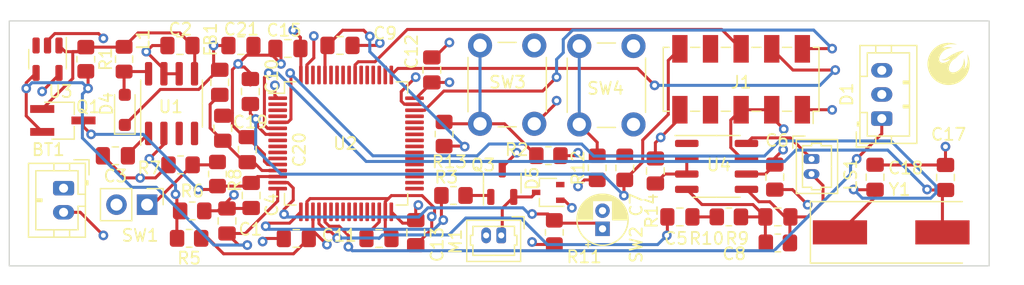
<source format=kicad_pcb>
(kicad_pcb (version 20221018) (generator pcbnew)
  (layers (0 "F.Cu" signal) (1 "In1.Cu" signal) (2 "In2.Cu" signal) (31 "B.Cu" signal) (34 "B.Paste" user) (35 "F.Paste" user) (36 "B.SilkS" user "B.Silkscreen") (37 "F.SilkS" user "F.Silkscreen") (38 "B.Mask" user) (39 "F.Mask" user) (44 "Edge.Cuts" user))
  (net 0 "")
  (net 1 "Net-(U4-Vo-)")
  (net 2 "Net-(U4-Vo+)")
  (net 3 "/LED")
  (net 4 "GND")
  (net 5 "Net-(U2-PH1)")
  (net 6 "Net-(Q3-G)")
  (net 7 "Net-(U2-PH0)")
  (net 8 "+3V8")
  (net 9 "+3V0")
  (net 10 "/on_off_switch")
  (net 11 "/Motor")
  (net 12 "/Speaker")
  (net 13 "Net-(R7-Pad1)")
  (net 14 "/Switch")
  (net 15 "Net-(U4-In-)")
  (net 16 "Net-(C5-Pad2)")
  (net 17 "Net-(U1-VC)")
  (net 18 "Net-(U1-FB)")
  (net 21 "Net-(D4-A)")
  (net 22 "/boot0")
  (net 26 "VDDA")
  (net 27 "/NRST")
  (net 32 "Net-(U2-VCAP_1)")
  (net 35 "Net-(R13-Pad1)")
  (net 36 "Net-(R12-Pad2)")
  (net 37 "/Shake")
  (net 59 "/SWDIO")
  (net 60 "/SWCLK")
  (net 66 "/SWO")
  (net 74 "VDD")
  (net 76 "Net-(U4-Bypass)")
  (net 78 "Net-(D5-K)")
  (footprint "Capacitor_SMD:C_0805_2012Metric_Pad1.18x1.45mm_HandSolder" (layer "F.Cu") (at 193.36 69.077 90)
    (fp_text reference "C7")
    (fp_text value "2.2u")
  )
  (footprint "Capacitor_SMD:C_0805_2012Metric_Pad1.18x1.45mm_HandSolder" (layer "F.Cu") (at 163.576 74.676 180)
    (fp_text reference "C14" hide)
    (fp_text value ".1uF")
  )
  (footprint "Button_Switch_THT:SW_PUSH_6mm" (layer "F.Cu") (at 191.546 58.715 -90)
    (fp_text reference "SW4")
    (fp_text value "SW_Push")
  )
  (footprint "Capacitor_SMD:C_0805_2012Metric_Pad1.18x1.45mm_HandSolder" (layer "F.Cu") (at 157.226 61.722 90)
    (fp_text reference "FB1")
    (fp_text value "FerriteBead")
  )
  (footprint "Connector_Molex:Molex_PicoBlade_53047-0210_1x02_P1.25mm_Vertical" (layer "F.Cu") (at 206.314 68.081 -90)
    (fp_text reference "LS1")
    (fp_text value "Speaker")
  )
  (footprint "Resistor_SMD:R_0805_2012Metric_Pad1.20x1.40mm_HandSolder" (layer "F.Cu") (at 190.82 68.818 -90)
    (fp_text reference "R14")
    (fp_text value "1k")
  )
  (footprint "Resistor_SMD:R_0805_2012Metric_Pad1.20x1.40mm_HandSolder" (layer "F.Cu") (at 176.612 71.109)
    (fp_text reference "R3")
    (fp_text value "10k")
  )
  (footprint "Capacitor_SMD:C_0805_2012Metric_Pad1.18x1.45mm_HandSolder" (layer "F.Cu") (at 159.512 67.31 90)
    (fp_text reference "C20")
    (fp_text value "1uF")
  )
  (footprint "Graphics:Phoenix_Graphic" (layer "F.Cu") (at 217.678 60.198)
    (fp_text reference "REF**" hide)
    (fp_text value "Phoenix_Graphic")
  )
  (footprint "Resistor_SMD:R_0805_2012Metric_Pad1.20x1.40mm_HandSolder" (layer "F.Cu") (at 199.456 72.887)
    (fp_text reference "R10")
    (fp_text value "10k")
  )
  (footprint "Capacitor_SMD:C_0805_2012Metric_Pad1.18x1.45mm_HandSolder" (layer "F.Cu") (at 159.832 71.109 -90)
    (fp_text reference "C4")
    (fp_text value "1uF")
  )
  (footprint "Diode_SMD:D_SOD-323_HandSoldering" (layer "F.Cu") (at 149.352 64.008 90)
    (fp_text reference "D4")
    (fp_text value "D_Schottky")
  )
  (footprint "Capacitor_SMD:C_0805_2012Metric_Pad1.18x1.45mm_HandSolder" (layer "F.Cu") (at 173.482 74.1895 -90)
    (fp_text reference "C13")
    (fp_text value ".1uF")
  )
  (footprint "Capacitor_SMD:C_0805_2012Metric_Pad1.18x1.45mm_HandSolder" (layer "F.Cu") (at 217.424 69.6175 90)
    (fp_text reference "C17")
    (fp_text value "20pF")
  )
  (footprint "Package_SO:SOIC-8_3.9x4.9mm_P1.27mm" (layer "F.Cu") (at 153.228 63.489 90)
    (fp_text reference "U1")
    (fp_text value "LT1377CS8")
  )
  (footprint "Capacitor_SMD:C_0805_2012Metric_Pad1.18x1.45mm_HandSolder" (layer "F.Cu") (at 170.434 74.676)
    (fp_text reference "C11")
    (fp_text value "2.2u")
  )
  (footprint "Resistor_SMD:R_0805_2012Metric_Pad1.20x1.40mm_HandSolder" (layer "F.Cu") (at 203.52 75.046)
    (fp_text reference "R9")
    (fp_text value "50k")
  )
  (footprint "Package_QFP:LQFP-64_10x10mm_P0.5mm" (layer "F.Cu") (at 167.706 66.791)
    (fp_text reference "U2")
    (fp_text value "STM32F446RETx")
  )
  (footprint "Resistor_SMD:R_0805_2012Metric_Pad1.20x1.40mm_HandSolder" (layer "F.Cu") (at 175.834 66.013 -90)
    (fp_text reference "R13")
    (fp_text value "1k")
  )
  (footprint "Package_TO_SOT_SMD:SOT-23-3" (layer "F.Cu") (at 180.66 70.093 90)
    (fp_text reference "Q3")
    (fp_text value "Q_NMOS_GSD")
  )
  (footprint "Capacitor_THT:CP_Radial_D4.0mm_P1.50mm" (layer "F.Cu") (at 188.976 73.8746 90)
    (fp_text reference "SW2")
    (fp_text value "SW_DIP_x01")
  )
  (footprint "Resistor_SMD:R_0805_2012Metric_Pad1.20x1.40mm_HandSolder" (layer "F.Cu") (at 154.94 72.39)
    (fp_text reference "R6")
    (fp_text value "6.19k")
  )
  (footprint "Button_Switch_THT:SW_PUSH_6mm" (layer "F.Cu") (at 178.816 65.163 90)
    (fp_text reference "SW3")
    (fp_text value "SW_Push")
  )
  (footprint "Capacitor_SMD:C_0805_2012Metric_Pad1.18x1.45mm_HandSolder" (layer "F.Cu") (at 167.198 58.663)
    (fp_text reference "C9")
    (fp_text value "1uF")
  )
  (footprint "Capacitor_SMD:C_0805_2012Metric_Pad1.18x1.45mm_HandSolder" (layer "F.Cu") (at 211.582 69.596 90)
    (fp_text reference "C18")
    (fp_text value "20pF")
  )
  (footprint "Resistor_SMD:R_0805_2012Metric_Pad1.20x1.40mm_HandSolder" (layer "F.Cu") (at 157.038 69.331 -90)
    (fp_text reference "R8")
    (fp_text value "1k")
  )
  (footprint "Connector_Molex:Molex_PicoBlade_53047-0210_1x02_P1.25mm_Vertical" (layer "F.Cu") (at 180.574 74.422 180)
    (fp_text reference "M1")
    (fp_text value "Motor_DC")
  )
  (footprint "Resistor_SMD:R_0805_2012Metric_Pad1.20x1.40mm_HandSolder" (layer "F.Cu") (at 154.686 74.665 180)
    (fp_text reference "R5")
    (fp_text value "12k")
  )
  (footprint "Package_TO_SOT_SMD:SOT-23-5" (layer "F.Cu") (at 142.941 59.806 -90)
    (fp_text reference "U3")
    (fp_text value "AP22814AW5")
  )
  (footprint "Capacitor_SMD:C_0805_2012Metric_Pad1.18x1.45mm_HandSolder" (layer "F.Cu") (at 174.818 60.695 90)
    (fp_text reference "C12")
    (fp_text value ".1uF")
  )
  (footprint "Capacitor_SMD:C_0805_2012Metric_Pad1.18x1.45mm_HandSolder" (layer "F.Cu") (at 203.266 69.585 -90)
    (fp_text reference "C6")
    (fp_text value "1u")
  )
  (footprint "Package_TO_SOT_SMD:TSOT-23_HandSoldering" (layer "F.Cu") (at 144.211 64.886)
    (fp_text reference "Q1")
    (fp_text value "Q_PMOS_GSD")
  )
  (footprint "Resistor_SMD:R_0805_2012Metric_Pad1.20x1.40mm_HandSolder" (layer "F.Cu") (at 153.974 68.569 180)
    (fp_text reference "R7")
    (fp_text value "10k")
  )
  (footprint "Resistor_SMD:R_0805_2012Metric_Pad1.20x1.40mm_HandSolder" (layer "F.Cu") (at 184.978 74.173 -90)
    (fp_text reference "R11")
    (fp_text value "10k")
  )
  (footprint "Connector_JST:JST_PH_B3B-PH-K_1x03_P2.00mm_Vertical" (layer "F.Cu") (at 212.139 64.73 90)
    (fp_text reference "D1")
    (fp_text value "~")
  )
  (footprint "Inductor_SMD:L_0805_2012Metric_Pad1.15x1.40mm_HandSolder" (layer "F.Cu") (at 149.291 59.806 -90)
    (fp_text reference "L1")
    (fp_text value "4.7u")
  )
  (footprint "Capacitor_SMD:C_0805_2012Metric_Pad1.18x1.45mm_HandSolder" (layer "F.Cu") (at 157.828637 73.22324 90)
    (fp_text reference "C1")
    (fp_text value "1uF")
  )
  (footprint "Connector_PinHeader_2.54mm:PinHeader_1x02_P2.54mm_Vertical" (layer "F.Cu") (at 151.201 71.871 -90)
    (fp_text reference "SW1")
    (fp_text value "SW_Push")
  )
  (footprint "Connector_Samtec_HLE_SMD:Samtec_HLE-105-02-xxx-DV_2x05_P2.54mm_Horizontal" (layer "F.Cu") (at 200.472 61.472 180)
    (fp_text reference "J1")
    (fp_text value "Conn_ARM_JTAG_SWD_10")
  )
  (footprint "Resistor_SMD:R_0805_2012Metric_Pad1.20x1.40mm_HandSolder" (layer "F.Cu") (at 184.486 67.807)
    (fp_text reference "R2")
    (fp_text value "10k")
  )
  (footprint "Capacitor_SMD:C_0805_2012Metric_Pad1.18x1.45mm_HandSolder" (layer "F.Cu") (at 159.766 62.484 -90)
    (fp_text reference "C10")
    (fp_text value "1uF")
  )
  (footprint "Capacitor_SMD:C_0805_2012Metric_Pad1.18x1.45mm_HandSolder" (layer "F.Cu") (at 162.88 58.917 180)
    (fp_text reference "C15")
    (fp_text value ".1uF")
  )
  (footprint "Crystal:Crystal_SMD_HC49-SD" (layer "F.Cu") (at 212.92 74.168)
    (fp_text reference "Y1")
    (fp_text value "Crystal")
  )
  (footprint "Capacitor_SMD:C_0805_2012Metric_Pad1.18x1.45mm_HandSolder" (layer "F.Cu") (at 203.52 72.887 180)
    (fp_text reference "C8")
    (fp_text value "5p")
  )
  (footprint "Capacitor_SMD:C_0805_2012Metric_Pad1.18x1.45mm_HandSolder" (layer "F.Cu") (at 195.392 72.887)
    (fp_text reference "C5")
    (fp_text value ".47u")
  )
  (footprint "Resistor_SMD:R_0805_2012Metric_Pad1.20x1.40mm_HandSolder" (layer "F.Cu") (at 188.534 68.818 90)
    (fp_text reference "R12")
    (fp_text value "10k")
  )
  (footprint "Capacitor_SMD:C_0805_2012Metric_Pad1.18x1.45mm_HandSolder" (layer "F.Cu") (at 148.5685 67.818 180)
    (fp_text reference "C3")
    (fp_text value ".047u")
  )
  (footprint "Package_TO_SOT_SMD:SOT-323_SC-70" (layer "F.Cu") (at 184.47 70.855 180)
    (fp_text reference "D5")
    (fp_text value "BAS16W")
  )
  (footprint "Capacitor_SMD:C_0805_2012Metric_Pad1.18x1.45mm_HandSolder" (layer "F.Cu") (at 157.48 65.532 90)
    (fp_text reference "C19")
    (fp_text value "10nF")
  )
  (footprint "Resistor_SMD:R_0805_2012Metric_Pad1.20x1.40mm_HandSolder" (layer "F.Cu") (at 146.116 59.806 -90)
    (fp_text reference "R1")
    (fp_text value "2k")
  )
  (footprint "Capacitor_SMD:C_0805_2012Metric_Pad1.18x1.45mm_HandSolder" (layer "F.Cu") (at 153.924 58.674 180)
    (fp_text reference "C2")
    (fp_text value "22u")
  )
  (footprint "Package_SO:SOIC-8_3.9x4.9mm_P1.27mm" (layer "F.Cu") (at 198.44 68.696)
    (fp_text reference "U4")
    (fp_text value "~")
  )
  (footprint "Capacitor_SMD:C_0805_2012Metric_Pad1.18x1.45mm_HandSolder" (layer "F.Cu") (at 158.9825 58.674)
    (fp_text reference "C21")
    (fp_text value "1uF")
  )
  (footprint "Connector_JST:JST_PH_B2B-PH-K_1x02_P2.00mm_Vertical" (layer "F.Cu") (at 144.272 70.506 -90)
    (fp_text reference "BT1")
    (fp_text value "Battery_Cell")
  )
  (gr_rect (start 139.766 56.631) (end 221.046 76.951) (stroke (width 0.1)) (fill none) (layer "Edge.Cuts"))
  (segment (start 200.915 66.791) (end 201.375 66.331) (width 0.25) (layer "F.Cu") (net 1))
  (segment (start 204.564 66.331) (end 206.314 68.081) (width 0.25) (layer "F.Cu") (net 1))
  (segment (start 201.375 66.331) (end 204.564 66.331) (width 0.25) (layer "F.Cu") (net 1))
  (segment (start 204.5575 72.887) (end 206.005 72.887) (width 0.25) (layer "F.Cu") (net 2))
  (segment (start 201.942 71.628) (end 200.915 70.601) (width 0.25) (layer "F.Cu") (net 2))
  (segment (start 204.52 72.9245) (end 204.5575 72.887) (width 0.25) (layer "F.Cu") (net 2))
  (segment (start 207.264 71.628) (end 207.264 70.281) (width 0.25) (layer "F.Cu") (net 2))
  (segment (start 207.264 70.281) (end 206.314 69.331) (width 0.25) (layer "F.Cu") (net 2))
  (segment (start 204.52 75.046) (end 204.52 72.9245) (width 0.25) (layer "F.Cu") (net 2))
  (segment (start 202.849173 71.628) (end 201.942 71.628) (width 0.25) (layer "F.Cu") (net 2))
  (segment (start 204.108173 72.887) (end 202.849173 71.628) (width 0.25) (layer "F.Cu") (net 2))
  (segment (start 204.5575 72.887) (end 204.108173 72.887) (width 0.25) (layer "F.Cu") (net 2))
  (segment (start 206.005 72.887) (end 207.264 71.628) (width 0.25) (layer "F.Cu") (net 2))
  (segment (start 167.132 73.66) (end 166.309315 73.66) (width 0.25) (layer "F.Cu") (net 3))
  (segment (start 165.956 73.306685) (end 165.956 72.466) (width 0.25) (layer "F.Cu") (net 3))
  (segment (start 167.894 74.422) (end 167.132 73.66) (width 0.25) (layer "F.Cu") (net 3))
  (segment (start 210.058 68.072) (end 212.139 65.991) (width 0.25) (layer "F.Cu") (net 3))
  (segment (start 166.309315 73.66) (end 165.956 73.306685) (width 0.25) (layer "F.Cu") (net 3))
  (segment (start 212.139 65.991) (end 212.139 64.973) (width 0.25) (layer "F.Cu") (net 3))
  (segment (start 167.894 75.362777) (end 167.894 74.422) (width 0.25) (layer "F.Cu") (net 3))
  (via (at 210.058 68.072) (size 0.8) (drill 0.4) (layers "F.Cu" "B.Cu") (net 3))
  (via (at 167.894 75.362777) (size 0.8) (drill 0.4) (layers "F.Cu" "B.Cu") (net 3))
  (segment (start 209.55 69.342707) (end 209.55 68.58) (width 0.25) (layer "B.Cu") (net 3))
  (segment (start 167.894 75.362777) (end 168.223223 75.692) (width 0.25) (layer "B.Cu") (net 3))
  (segment (start 209.55 68.58) (end 210.058 68.072) (width 0.25) (layer "B.Cu") (net 3))
  (segment (start 203.200707 75.692) (end 209.55 69.342707) (width 0.25) (layer "B.Cu") (net 3))
  (segment (start 168.223223 75.692) (end 203.200707 75.692) (width 0.25) (layer "B.Cu") (net 3))
  (segment (start 164.456 71.625315) (end 164.715315 71.366) (width 0.25) (layer "F.Cu") (net 4))
  (segment (start 151.638 58.674) (end 151.13 59.182) (width 0.25) (layer "F.Cu") (net 4))
  (segment (start 160.931 67.6915) (end 160.931 68.281685) (width 0.25) (layer "F.Cu") (net 4))
  (segment (start 203.012 63.997) (end 203.012 64.61029) (width 0.25) (layer "F.Cu") (net 4))
  (segment (start 145.658 72.506) (end 147.574 74.422) (width 0.25) (layer "F.Cu") (net 4))
  (segment (start 142.941 58.284249) (end 142.941 58.6685) (width 0.25) (layer "F.Cu") (net 4))
  (segment (start 193.36 66.736) (end 193.802 66.294) (width 0.25) (layer "F.Cu") (net 4))
  (segment (start 183.3395 75.173) (end 184.978 75.173) (width 0.25) (layer "F.Cu") (net 4))
  (segment (start 186.701 67.807) (end 186.944 67.564) (width 0.25) (layer "F.Cu") (net 4))
  (segment (start 204.7345 70.6225) (end 203.266 70.6225) (width 0.25) (layer "F.Cu") (net 4))
  (segment (start 152.593 60.637249) (end 152.593 61.014) (width 0.25) (layer "F.Cu") (net 4))
  (segment (start 152.593 61.014) (end 153.863 61.014) (width 0.25) (layer "F.Cu") (net 4))
  (segment (start 185.805 71.505) (end 186.436 72.136) (width 0.25) (layer "F.Cu") (net 4))
  (segment (start 150.622 69.6505) (end 151.8925 69.6505) (width 0.25) (layer "F.Cu") (net 4))
  (segment (start 162.306 60.198) (end 162.306 59.3805) (width 0.25) (layer "F.Cu") (net 4))
  (segment (start 165.029361 59.701954) (end 165.029361 57.885034) (width 0.25) (layer "F.Cu") (net 4))
  (segment (start 193.36 68.0395) (end 193.36 66.736) (width 0.25) (layer "F.Cu") (net 4))
  (segment (start 170.956 71.625315) (end 171.215315 71.366) (width 0.25) (layer "F.Cu") (net 4))
  (segment (start 183.134 74.9675) (end 183.3395 75.173) (width 0.25) (layer "F.Cu") (net 4))
  (segment (start 193.802 66.294) (end 195.392 64.704) (width 0.25) (layer "F.Cu") (net 4))
  (segment (start 199.615 64.854) (end 200.472 63.997) (width 0.25) (layer "F.Cu") (net 4))
  (segment (start 159.475 59.473) (end 158.75 60.198) (width 0.25) (layer "F.Cu") (net 4))
  (segment (start 175.023827 72.134) (end 174.009827 71.12) (width 0.25) (layer "F.Cu") (net 4))
  (segment (start 151.13 59.182) (end 151.137751 59.182) (width 0.25) (layer "F.Cu") (net 4))
  (segment (start 199.615 67.137751) (end 199.615 64.854) (width 0.25) (layer "F.Cu") (net 4))
  (segment (start 170.30706 58.663) (end 170.503636 58.466424) (width 0.25) (layer "F.Cu") (net 4))
  (segment (start 174.818 59.6575) (end 175.0385 59.6575) (width 0.25) (layer "F.Cu") (net 4))
  (segment (start 161.581 59.473) (end 159.475 59.473) (width 0.25) (layer "F.Cu") (net 4))
  (segment (start 158.276 64.262) (end 158.276 65.2905) (width 0.25) (layer "F.Cu") (net 4))
  (segment (start 200.915 68.061) (end 200.538249 68.061) (width 0.25) (layer "F.Cu") (net 4))
  (segment (start 158.406617 71.0555) (end 157.083117 72.379) (width 0.25) (layer "F.Cu") (net 4))
  (segment (start 185.486 67.807) (end 186.701 67.807) (width 0.25) (layer "F.Cu") (net 4))
  (segment (start 157.083117 72.379) (end 156.26 72.379) (width 0.25) (layer "F.Cu") (net 4))
  (segment (start 159.258 60.452) (end 158.496 60.452) (width 0.25) (layer "F.Cu") (net 4))
  (segment (start 170.956 72.466) (end 170.956 71.625315) (width 0.25) (layer "F.Cu") (net 4))
  (segment (start 174.810321 73.898679) (end 173.228 75.481) (width 0.25) (layer "F.Cu") (net 4))
  (segment (start 159.79276 72.18574) (end 159.832 72.1465) (width 0.25) (layer "F.Cu") (net 4))
  (segment (start 217.424 68.58) (end 217.424 67.056) (width 0.25) (layer "F.Cu") (net 4))
  (segment (start 164.715315 71.366) (end 171.215315 71.366) (width 0.25) (layer "F.Cu") (net 4))
  (segment (start 171.461315 71.12) (end 171.215315 71.366) (width 0.25) (layer "F.Cu") (net 4))
  (segment (start 161.036 74.676) (end 162.5385 74.676) (width 0.25) (layer "F.Cu") (net 4))
  (segment (start 200.915 68.061) (end 201.291751 68.061) (width 0.25) (layer "F.Cu") (net 4))
  (segment (start 147.574 58.0815) (end 147.1735 57.681) (width 0.25) (layer "F.Cu") (net 4))
  (segment (start 174.810321 72.8605) (end 174.810321 73.898679) (width 0.25) (layer "F.Cu") (net 4))
  (segment (start 172.281 63.281685) (end 172.540315 63.541) (width 0.25) (layer "F.Cu") (net 4))
  (segment (start 158.276 60.672) (end 158.276 64.262) (width 0.25) (layer "F.Cu") (net 4))
  (segment (start 159.766 61.9545) (end 159.766 60.96) (width 0.25) (layer "F.Cu") (net 4))
  (segment (start 171.196 74.676) (end 170.956 74.436) (width 0.25) (layer "F.Cu") (net 4))
  (segment (start 160.931 68.281685) (end 161.190315 68.541) (width 0.25) (layer "F.Cu") (net 4))
  (segment (start 195.392 64.704) (end 195.392 63.997) (width 0.25) (layer "F.Cu") (net 4))
  (segment (start 173.482 61.2945) (end 172.281 62.4955) (width 0.25) (layer "F.Cu") (net 4))
  (segment (start 159.512 66.2725) (end 160.931 67.6915) (width 0.25) (layer "F.Cu") (net 4))
  (segment (start 157.48 64.4945) (end 158.0435 64.4945) (width 0.25) (layer "F.Cu") (net 4))
  (segment (start 150.622 69.6505) (end 149.3635 69.6505) (width 0.25) (layer "F.Cu") (net 4))
  (segment (start 205.989701 71.877701) (end 204.7345 70.6225) (width 0.25) (layer "F.Cu") (net 4))
  (segment (start 162.306 60.198) (end 161.581 59.473) (width 0.25) (layer "F.Cu") (net 4))
  (segment (start 200.538249 68.061) (end 199.615 67.137751) (width 0.25) (layer "F.Cu") (net 4))
  (segment (start 217.424 68.58) (end 211.6035 68.58) (width 0.25) (layer "F.Cu") (net 4))
  (segment (start 172.540315 63.541) (end 173.381 63.541) (width 0.25) (layer "F.Cu") (net 4))
  (segment (start 158.75 60.198) (end 158.276 60.672) (width 0.25) (layer "F.Cu") (net 4))
  (segment (start 203.012 64.61029) (end 204.00821 65.6065) (width 0.25) (layer "F.Cu") (net 4))
  (segment (start 147.1735 57.681) (end 143.544249 57.681) (width 0.25) (layer "F.Cu") (net 4))
  (segment (start 157.828637 72.18574) (end 159.79276 72.18574) (width 0.25) (layer "F.Cu") (net 4))
  (segment (start 175.043 72.134) (end 175.023827 72.134) (width 0.25) (layer "F.Cu") (net 4))
  (segment (start 159.766 60.96) (end 159.258 60.452) (width 0.25) (layer "F.Cu") (net 4))
  (segment (start 175.0385 59.6575) (end 176.276 58.42) (width 0.25) (layer "F.Cu") (net 4))
  (segment (start 164.456 61.116) (end 164.456 60.275315) (width 0.25) (layer "F.Cu") (net 4))
  (segment (start 152.8865 58.674) (end 151.638 58.674) (width 0.25) (layer "F.Cu") (net 4))
  (segment (start 161.190315 68.541) (end 162.031 68.541) (width 0.25) (layer "F.Cu") (net 4))
  (segment (start 151.8925 69.6505) (end 152.974 68.569) (width 0.25) (layer "F.Cu") (net 4))
  (segment (start 158.276 65.2905) (end 158.993 66.0075) (width 0.25) (layer "F.Cu") (net 4))
  (segment (start 185.47 71.505) (end 185.805 71.505) (width 0.25) (layer "F.Cu") (net 4))
  (segment (start 175.043 72.627821) (end 175.043 72.134) (width 0.25) (layer "F.Cu") (net 4))
  (segment (start 160.782 74.93) (end 161.036 74.676) (width 0.25) (layer "F.Cu") (net 4))
  (segment (start 164.456 72.466) (end 164.456 71.625315) (width 0.25) (layer "F.Cu") (net 4))
  (segment (start 172.281 62.4955) (end 172.281 63.281685) (width 0.25) (layer "F.Cu") (net 4))
  (segment (start 162.306 59.3805) (end 161.8425 58.917) (width 0.25) (layer "F.Cu") (net 4))
  (segment (start 158.993 66.0075) (end 159.832 66.0075) (width 0.25) (layer "F.Cu") (net 4))
  (segment (start 143.544249 57.681) (end 142.941 58.284249) (width 0.25) (layer "F.Cu") (net 4))
  (segment (start 149.3635 69.6505) (end 147.531 67.818) (width 0.25) (layer "F.Cu") (net 4))
  (segment (start 211.6035 68.58) (end 211.582 68.5585) (width 0.25) (layer "F.Cu") (net 4))
  (segment (start 170.956 74.436) (end 170.956 72.466) (width 0.25) (layer "F.Cu") (net 4))
  (segment (start 151.137751 59.182) (end 152.593 60.637249) (width 0.25) (layer "F.Cu") (net 4))
  (segment (start 144.211 72.506) (end 145.658 72.506) (width 0.25) (layer "F.Cu") (net 4))
  (segment (start 174.810321 72.8605) (end 175.043 72.627821) (width 0.25) (layer "F.Cu") (net 4))
  (segment (start 200.472 63.997) (end 203.012 63.997) (width 0.25) (layer "F.Cu") (net 4))
  (segment (start 164.456 60.275315) (end 165.029361 59.701954) (width 0.25) (layer "F.Cu") (net 4))
  (segment (start 174.009827 71.12) (end 171.461315 71.12) (width 0.25) (layer "F.Cu") (net 4))
  (segment (start 158.0435 64.4945) (end 158.276 64.262) (width 0.25) (layer "F.Cu") (net 4))
  (segment (start 168.2355 58.663) (end 170.30706 58.663) (width 0.25) (layer "F.Cu") (net 4))
  (via (at 186.944 67.564) (size 0.8) (drill 0.4) (layers "F.Cu" "B.Cu") (net 4))
  (via (at 158.406617 71.0555) (size 0.8) (drill 0.4) (layers "F.Cu" "B.Cu") (net 4))
  (via (at 162.306 60.198) (size 0.8) (drill 0.4) (layers "F.Cu" "B.Cu") (net 4))
  (via (at 147.574 74.422) (size 0.8) (drill 0.4) (layers "F.Cu" "B.Cu") (net 4))
  (via (at 217.424 67.056) (size 0.8) (drill 0.4) (layers "F.Cu" "B.Cu") (net 4))
  (via (at 173.482 61.2945) (size 0.8) (drill 0.4) (layers "F.Cu" "B.Cu") (net 4))
  (via (at 160.782 74.93) (size 0.8) (drill 0.4) (layers "F.Cu" "B.Cu") (net 4))
  (via (at 204.00821 65.6065) (size 0.8) (drill 0.4) (layers "F.Cu" "B.Cu") (net 4))
  (via (at 193.802 66.294) (size 0.8) (drill 0.4) (layers "F.Cu" "B.Cu") (net 4))
  (via (at 176.276 58.42) (size 0.8) (drill 0.4) (layers "F.Cu" "B.Cu") (net 4))
  (via (at 183.134 74.9675) (size 0.8) (drill 0.4) (layers "F.Cu" "B.Cu") (net 4))
  (via (at 205.989701 71.877701) (size 0.8) (drill 0.4) (layers "F.Cu" "B.Cu") (net 4))
  (via (at 170.503636 58.466424) (size 0.8) (drill 0.4) (layers "F.Cu" "B.Cu") (net 4))
  (via (at 147.574 58.0815) (size 0.8) (drill 0.4) (layers "F.Cu" "B.Cu") (net 4))
  (via (at 150.622 69.6505) (size 0.8) (drill 0.4) (layers "F.Cu" "B.Cu") (net 4))
  (via (at 158.75 60.198) (size 0.8) (drill 0.4) (layers "F.Cu" "B.Cu") (net 4))
  (via (at 186.436 72.136) (size 0.8) (drill 0.4) (layers "F.Cu" "B.Cu") (net 4))
  (via (at 151.13 59.182) (size 0.8) (drill 0.4) (layers "F.Cu" "B.Cu") (net 4))
  (via (at 165.029361 57.885034) (size 0.8) (drill 0.4) (layers "F.Cu" "B.Cu") (net 4))
  (via (at 174.810321 72.8605) (size 0.8) (drill 0.4) (layers "F.Cu" "B.Cu") (net 4))
  (segment (start 162.031 65.541) (end 161.190315 65.541) (width 0.25) (layer "F.Cu") (net 5))
  (segment (start 217.17 70.909) (end 217.17 74.168) (width 0.25) (layer "F.Cu") (net 5))
  (segment (start 217.424 70.655) (end 217.17 70.909) (width 0.25) (layer "F.Cu") (net 5))
  (segment (start 160.931 65.281685) (end 160.931 61.319) (width 0.25) (layer "F.Cu") (net 5))
  (segment (start 161.190315 65.541) (end 160.931 65.281685) (width 0.25) (layer "F.Cu") (net 5))
  (segment (start 160.931 61.319) (end 161.29 60.96) (width 0.25) (layer "F.Cu") (net 5))
  (segment (start 215.943 70.655) (end 215.9 70.612) (width 0.25) (layer "F.Cu") (net 5))
  (segment (start 217.424 70.655) (end 215.943 70.655) (width 0.25) (layer "F.Cu") (net 5))
  (via (at 215.9 70.612) (size 0.8) (drill 0.4) (layers "F.Cu" "B.Cu") (net 5))
  (via (at 161.29 60.96) (size 0.8) (drill 0.4) (layers "F.Cu" "B.Cu") (net 5))
  (segment (start 204.070695 68.289) (end 205.012695 67.347) (width 0.25) (layer "B.Cu") (net 5))
  (segment (start 162.042695 60.96) (end 169.371695 68.289) (width 0.25) (layer "B.Cu") (net 5))
  (segment (start 205.012695 67.347) (end 212.635 67.347) (width 0.25) (layer "B.Cu") (net 5))
  (segment (start 212.635 67.347) (end 215.9 70.612) (width 0.25) (layer "B.Cu") (net 5))
  (segment (start 169.371695 68.289) (end 204.070695 68.289) (width 0.25) (layer "B.Cu") (net 5))
  (segment (start 161.29 60.96) (end 162.042695 60.96) (width 0.25) (layer "B.Cu") (net 5))
  (segment (start 177.612 71.109) (end 179.5885 71.109) (width 0.25) (layer "F.Cu") (net 6))
  (segment (start 179.5885 71.109) (end 179.71 71.2305) (width 0.25) (layer "F.Cu") (net 6))
  (segment (start 162.871685 65.041) (end 162.031 65.041) (width 0.25) (layer "F.Cu") (net 7))
  (segment (start 211.582 71.256) (end 208.67 74.168) (width 0.25) (layer "F.Cu") (net 7))
  (segment (start 209.8255 70.6335) (end 209.804 70.612) (width 0.25) (layer "F.Cu") (net 7))
  (segment (start 211.582 70.6335) (end 211.582 71.256) (width 0.25) (layer "F.Cu") (net 7))
  (segment (start 163.131 61.023) (end 163.131 64.781685) (width 0.25) (layer "F.Cu") (net 7))
  (segment (start 163.131 64.781685) (end 162.871685 65.041) (width 0.25) (layer "F.Cu") (net 7))
  (segment (start 211.582 70.6335) (end 209.8255 70.6335) (width 0.25) (layer "F.Cu") (net 7))
  (segment (start 163.068 60.96) (end 163.131 61.023) (width 0.25) (layer "F.Cu") (net 7))
  (via (at 209.804 70.612) (size 0.8) (drill 0.4) (layers "F.Cu" "B.Cu") (net 7))
  (via (at 163.068 60.96) (size 0.8) (drill 0.4) (layers "F.Cu" "B.Cu") (net 7))
  (segment (start 187.244305 66.839) (end 179.562 66.839) (width 0.25) (layer "B.Cu") (net 7))
  (segment (start 178.583 67.818) (end 169.926 67.818) (width 0.25) (layer "B.Cu") (net 7))
  (segment (start 216.200305 71.337) (end 216.625 70.912305) (width 0.25) (layer "B.Cu") (net 7))
  (segment (start 179.562 66.839) (end 178.583 67.818) (width 0.25) (layer "B.Cu") (net 7))
  (segment (start 210.529 71.337) (end 216.200305 71.337) (width 0.25) (layer "B.Cu") (net 7))
  (segment (start 202.407695 67.839) (end 188.244305 67.839) (width 0.25) (layer "B.Cu") (net 7))
  (segment (start 169.926 67.818) (end 163.068 60.96) (width 0.25) (layer "B.Cu") (net 7))
  (segment (start 188.244305 67.839) (end 187.244305 66.839) (width 0.25) (layer "B.Cu") (net 7))
  (segment (start 203.661695 66.585) (end 202.407695 67.839) (width 0.25) (layer "B.Cu") (net 7))
  (segment (start 216.625 70.311695) (end 212.898305 66.585) (width 0.25) (layer "B.Cu") (net 7))
  (segment (start 209.804 70.612) (end 210.529 71.337) (width 0.25) (layer "B.Cu") (net 7))
  (segment (start 216.625 70.912305) (end 216.625 70.311695) (width 0.25) (layer "B.Cu") (net 7))
  (segment (start 212.898305 66.585) (end 203.661695 66.585) (width 0.25) (layer "B.Cu") (net 7))
  (segment (start 166.116 75.184) (end 164.956 74.024) (width 0.25) (layer "F.Cu") (net 8))
  (segment (start 203.266 68.006) (end 203.266 68.5475) (width 0.25) (layer "F.Cu") (net 8))
  (segment (start 176.2655 61.7325) (end 176.276 61.722) (width 0.25) (layer "F.Cu") (net 8))
  (segment (start 203.266 68.5475) (end 202.4825 69.331) (width 0.25) (layer "F.Cu") (net 8))
  (segment (start 173.698009 71.902088) (end 173.482 72.118097) (width 0.25) (layer "F.Cu") (net 8))
  (segment (start 156.718 58.674) (end 157.945 58.674) (width 0.25) (layer "F.Cu") (net 8))
  (segment (start 163.3435 75.946) (end 164.6135 74.676) (width 0.25) (layer "F.Cu") (net 8))
  (segment (start 173.482 72.118097) (end 173.482 73.152) (width 0.25) (layer "F.Cu") (net 8))
  (segment (start 163.956 61.116) (end 163.956 58.9555) (width 0.25) (layer "F.Cu") (net 8))
  (segment (start 185.166 63.246) (end 185.166 63.415) (width 0.25) (layer "F.Cu") (net 8))
  (segment (start 152.296 62.314) (end 149.352 65.258) (width 0.25) (layer "F.Cu") (net 8))
  (segment (start 163.9175 57.9995) (end 163.322 57.404) (width 0.25) (layer "F.Cu") (net 8))
  (segment (start 157.541 75.946) (end 156.26 74.665) (width 0.25) (layer "F.Cu") (net 8))
  (segment (start 163.9175 58.917) (end 163.9175 57.9995) (width 0.25) (layer "F.Cu") (net 8))
  (segment (start 202.4825 69.331) (end 200.915 69.331) (width 0.25) (layer "F.Cu") (net 8))
  (segment (start 155.479751 62.314) (end 152.296 62.314) (width 0.25) (layer "F.Cu") (net 8))
  (segment (start 188.534 69.818) (end 187.484 69.818) (width 0.25) (layer "F.Cu") (net 8))
  (segment (start 181.864 67.564) (end 180.66 68.768) (width 0.25) (layer "F.Cu") (net 8))
  (segment (start 180.66 68.768) (end 180.66 68.9555) (width 0.25) (layer "F.Cu") (net 8))
  (segment (start 157.2045 60.589251) (end 155.479751 62.314) (width 0.25) (layer "F.Cu") (net 8))
  (segment (start 163.956 58.9555) (end 163.9175 58.917) (width 0.25) (layer "F.Cu") (net 8))
  (segment (start 161.798 62.808) (end 162.031 63.041) (width 0.25) (layer "F.Cu") (net 8))
  (segment (start 185.166 63.415) (end 183.418 65.163) (width 0.25) (layer "F.Cu") (net 8))
  (segment (start 208.015 63.997) (end 208.026 64.008) (width 0.25) (layer "F.Cu") (net 8))
  (segment (start 205.552 63.997) (end 208.015 63.997) (width 0.25) (layer "F.Cu") (net 8))
  (segment (start 172.396 73.406) (end 171.456 72.466) (width 0.25) (layer "F.Cu") (net 8))
  (segment (start 164.956 74.024) (end 164.956 72.466) (width 0.25) (layer "F.Cu") (net 8))
  (segment (start 156.718 58.674) (end 156.718 60.6845) (width 0.25) (layer "F.Cu") (net 8))
  (segment (start 173.5095 63.041) (end 174.818 61.7325) (width 0.25) (layer "F.Cu") (net 8))
  (segment (start 157.541 75.946) (end 163.3435 75.946) (width 0.25) (layer "F.Cu") (net 8))
  (segment (start 161.798 61.976) (end 161.798 62.808) (width 0.25) (layer "F.Cu") (net 8))
  (segment (start 187.484 69.818) (end 186.944 70.358) (width 0.25) (layer "F.Cu") (net 8))
  (segment (start 173.381 63.041) (end 173.5095 63.041) (width 0.25) (layer "F.Cu") (net 8))
  (segment (start 174.818 61.7325) (end 176.2655 61.7325) (width 0.25) (layer "F.Cu") (net 8))
  (segment (start 173.228 73.406) (end 172.396 73.406) (width 0.25) (layer "F.Cu") (net 8))
  (segment (start 203.962 67.31) (end 203.266 68.006) (width 0.25) (layer "F.Cu") (net 8))
  (via (at 156.718 58.674) (size 0.8) (drill 0.4) (layers "F.Cu" "B.Cu") (net 8))
  (via (at 186.944 70.358) (size 0.8) (drill 0.4) (layers "F.Cu" "B.Cu") (net 8))
  (via (at 208.026 64.008) (size 0.8) (drill 0.4) (layers "F.Cu" "B.Cu") (net 8))
  (via (at 181.864 67.564) (size 0.8) (drill 0.4) (layers "F.Cu" "B.Cu") (net 8))
  (via (at 173.698009 71.902088) (size 0.8) (drill 0.4) (layers "F.Cu" "B.Cu") (net 8))
  (via (at 203.962 67.31) (size 0.8) (drill 0.4) (layers "F.Cu" "B.Cu") (net 8))
  (via (at 166.116 75.184) (size 0.8) (drill 0.4) (layers "F.Cu" "B.Cu") (net 8))
  (via (at 163.322 57.404) (size 0.8) (drill 0.4) (layers "F.Cu" "B.Cu") (net 8))
  (via (at 185.166 63.246) (size 0.8) (drill 0.4) (layers "F.Cu" "B.Cu") (net 8))
  (via (at 176.276 61.722) (size 0.8) (drill 0.4) (layers "F.Cu" "B.Cu") (net 8))
  (via (at 161.798 61.976) (size 0.8) (drill 0.4) (layers "F.Cu" "B.Cu") (net 8))
  (segment (start 155.151 60.996) (end 155.133 61.014) (width 0.25) (layer "F.Cu") (net 9))
  (segment (start 145.034 61.403) (end 145.034 59.182) (width 0.25) (layer "F.Cu") (net 9))
  (segment (start 155.044 58.781) (end 155.151 58.674) (width 0.25) (layer "F.Cu") (net 9))
  (segment (start 146.116 58.806) (end 149.266 58.806) (width 0.25) (layer "F.Cu") (net 9))
  (segment (start 155.151 58.674) (end 155.151 60.996) (width 0.25) (layer "F.Cu") (net 9))
  (segment (start 153.9115 57.624) (end 154.9615 58.674) (width 0.25) (layer "F.Cu") (net 9))
  (segment (start 149.266 58.806) (end 149.291 58.781) (width 0.25) (layer "F.Cu") (net 9))
  (segment (start 142.501 63.936) (end 145.034 61.403) (width 0.25) (layer "F.Cu") (net 9))
  (segment (start 145.034 59.182) (end 145.74 59.182) (width 0.25) (layer "F.Cu") (net 9))
  (segment (start 146.116 58.806) (end 145.74 59.182) (width 0.25) (layer "F.Cu") (net 9))
  (segment (start 149.291 58.781) (end 150.448 57.624) (width 0.25) (layer "F.Cu") (net 9))
  (segment (start 150.448 57.624) (end 153.9115 57.624) (width 0.25) (layer "F.Cu") (net 9))
  (segment (start 145.74 59.182) (end 144.4045 59.182) (width 0.25) (layer "F.Cu") (net 9))
  (segment (start 144.4045 59.182) (end 143.891 58.6685) (width 0.25) (layer "F.Cu") (net 9))
  (segment (start 146.304 62.23) (end 146.304 60.994) (width 0.25) (layer "F.Cu") (net 10))
  (segment (start 159.512 75.2215) (end 158.789397 75.2215) (width 0.25) (layer "F.Cu") (net 10))
  (segment (start 141.176 64.511) (end 142.501 65.836) (width 0.25) (layer "F.Cu") (net 10))
  (segment (start 162.031 71.573173) (end 162.031 70.541) (width 0.25) (layer "F.Cu") (net 10))
  (segment (start 141.991 60.9435) (end 141.176 61.7585) (width 0.25) (layer "F.Cu") (net 10))
  (segment (start 157.828637 74.26074) (end 159.343433 74.26074) (width 0.25) (layer "F.Cu") (net 10))
  (segment (start 158.789397 75.2215) (end 157.828637 74.26074) (width 0.25) (layer "F.Cu") (net 10))
  (segment (start 146.304 60.994) (end 146.116 60.806) (width 0.25) (layer "F.Cu") (net 10))
  (segment (start 141.991 61.415) (end 141.991 60.9435) (width 0.25) (layer "F.Cu") (net 10))
  (segment (start 141.176 61.7585) (end 141.176 64.511) (width 0.25) (layer "F.Cu") (net 10))
  (segment (start 159.343433 74.26074) (end 162.031 71.573173) (width 0.25) (layer "F.Cu") (net 10))
  (via (at 141.176 62.23) (size 0.8) (drill 0.4) (layers "F.Cu" "B.Cu") (net 10))
  (via (at 159.512 75.2215) (size 0.8) (drill 0.4) (layers "F.Cu" "B.Cu") (net 10))
  (via (at 146.304 62.23) (size 0.8) (drill 0.4) (layers "F.Cu" "B.Cu") (net 10))
  (segment (start 145.833 62.701) (end 145.833 66.340305) (width 0.25) (layer "B.Cu") (net 10))
  (segment (start 141.647 61.759) (end 145.833 61.759) (width 0.25) (layer "B.Cu") (net 10))
  (segment (start 151.957891 70.433196) (end 156.746195 75.2215) (width 0.25) (layer "B.Cu") (net 10))
  (segment (start 146.304 62.23) (end 145.833 62.701) (width 0.25) (layer "B.Cu") (net 10))
  (segment (start 141.176 62.23) (end 141.647 61.759) (width 0.25) (layer "B.Cu") (net 10))
  (segment (start 145.833 61.759) (end 146.304 62.23) (width 0.25) (layer "B.Cu") (net 10))
  (segment (start 156.746195 75.2215) (end 159.512 75.2215) (width 0.25) (layer "B.Cu") (net 10))
  (segment (start 145.833 66.340305) (end 149.925891 70.433196) (width 0.25) (layer "B.Cu") (net 10))
  (segment (start 149.925891 70.433196) (end 151.957891 70.433196) (width 0.25) (layer "B.Cu") (net 10))
  (segment (start 161.29 73.406) (end 163.016 73.406) (width 0.25) (layer "F.Cu") (net 11))
  (segment (start 175.768 73.152) (end 175.612 72.996) (width 0.25) (layer "F.Cu") (net 11))
  (segment (start 175.612 72.996) (end 175.612 71.109) (width 0.25) (layer "F.Cu") (net 11))
  (segment (start 163.016 73.406) (end 163.956 72.466) (width 0.25) (layer "F.Cu") (net 11))
  (segment (start 161.036 73.66) (end 161.29 73.406) (width 0.25) (layer "F.Cu") (net 11))
  (via (at 161.036 73.66) (size 0.8) (drill 0.4) (layers "F.Cu" "B.Cu") (net 11))
  (via (at 175.768 73.152) (size 0.8) (drill 0.4) (layers "F.Cu" "B.Cu") (net 11))
  (segment (start 175.768 73.152) (end 175.006 73.914) (width 0.25) (layer "B.Cu") (net 11))
  (segment (start 175.006 73.914) (end 161.29 73.914) (width 0.25) (layer "B.Cu") (net 11))
  (segment (start 161.29 73.914) (end 161.036 73.66) (width 0.25) (layer "B.Cu") (net 11))
  (segment (start 166.435344 74.11) (end 166.122919 74.11) (width 0.25) (layer "F.Cu") (net 12))
  (segment (start 194.3545 72.887) (end 194.3545 74.3775) (width 0.25) (layer "F.Cu") (net 12))
  (segment (start 166.963844 74.6385) (end 166.435344 74.11) (width 0.25) (layer "F.Cu") (net 12))
  (segment (start 165.456 73.443081) (end 165.456 72.466) (width 0.25) (layer "F.Cu") (net 12))
  (segment (start 194.3545 74.3775) (end 194.31 74.422) (width 0.25) (layer "F.Cu") (net 12))
  (segment (start 166.122919 74.11) (end 165.456 73.443081) (width 0.25) (layer "F.Cu") (net 12))
  (via (at 166.963844 74.6385) (size 0.8) (drill 0.4) (layers "F.Cu" "B.Cu") (net 12))
  (via (at 194.31 74.422) (size 0.8) (drill 0.4) (layers "F.Cu" "B.Cu") (net 12))
  (segment (start 170.434 74.676) (end 170.729411 74.380589) (width 0.25) (layer "B.Cu") (net 12))
  (segment (start 166.963844 74.6385) (end 166.964067 74.638277) (width 0.25) (layer "B.Cu") (net 12))
  (segment (start 176.23471 74.380589) (end 177.633299 72.982) (width 0.25) (layer "B.Cu") (net 12))
  (segment (start 182.202 72.982) (end 184.404 75.184) (width 0.25) (layer "B.Cu") (net 12))
  (segment (start 193.548 75.184) (end 194.31 74.422) (width 0.25) (layer "B.Cu") (net 12))
  (segment (start 170.396277 74.638277) (end 170.434 74.676) (width 0.25) (layer "B.Cu") (net 12))
  (segment (start 177.633299 72.982) (end 182.202 72.982) (width 0.25) (layer "B.Cu") (net 12))
  (segment (start 184.404 75.184) (end 193.548 75.184) (width 0.25) (layer "B.Cu") (net 12))
  (segment (start 170.729411 74.380589) (end 176.23471 74.380589) (width 0.25) (layer "B.Cu") (net 12))
  (segment (start 166.964067 74.638277) (end 170.396277 74.638277) (width 0.25) (layer "B.Cu") (net 12))
  (segment (start 156.8 68.569) (end 157.038 68.331) (width 0.25) (layer "F.Cu") (net 13))
  (segment (start 154.974 68.569) (end 156.8 68.569) (width 0.25) (layer "F.Cu") (net 13))
  (segment (start 151.201 71.871) (end 151.672 71.871) (width 0.25) (layer "F.Cu") (net 13))
  (segment (start 151.672 71.871) (end 154.974 68.569) (width 0.25) (layer "F.Cu") (net 13))
  (segment (start 160.3625 69.541) (end 162.031 69.541) (width 0.25) (layer "F.Cu") (net 14))
  (segment (start 145.921 64.886) (end 145.921 65.403) (width 0.25) (layer "F.Cu") (net 14))
  (segment (start 145.921 65.403) (end 146.558 66.04) (width 0.25) (layer "F.Cu") (net 14))
  (segment (start 159.5725 70.331) (end 159.832 70.0715) (width 0.25) (layer "F.Cu") (net 14))
  (segment (start 159.832 70.0715) (end 160.3625 69.541) (width 0.25) (layer "F.Cu") (net 14))
  (segment (start 156.757 70.612) (end 157.038 70.331) (width 0.25) (layer "F.Cu") (net 14))
  (segment (start 157.038 70.331) (end 159.5725 70.331) (width 0.25) (layer "F.Cu") (net 14))
  (segment (start 155.448 70.612) (end 156.757 70.612) (width 0.25) (layer "F.Cu") (net 14))
  (via (at 146.558 66.04) (size 0.8) (drill 0.4) (layers "F.Cu" "B.Cu") (net 14))
  (via (at 155.448 70.612) (size 0.8) (drill 0.4) (layers "F.Cu" "B.Cu") (net 14))
  (segment (start 146.558 66.04) (end 150.876 66.04) (width 0.25) (layer "B.Cu") (net 14))
  (segment (start 150.876 66.04) (end 155.448 70.612) (width 0.25) (layer "B.Cu") (net 14))
  (segment (start 202.4825 72.887) (end 202.4825 75.0085) (width 0.25) (layer "F.Cu") (net 15))
  (segment (start 202.4825 75.0085) (end 202.52 75.046) (width 0.25) (layer "F.Cu") (net 15))
  (segment (start 200.456 72.887) (end 202.4825 72.887) (width 0.25) (layer "F.Cu") (net 15))
  (segment (start 201.4575 71.862) (end 197.226 71.862) (width 0.25) (layer "F.Cu") (net 15))
  (segment (start 197.226 71.862) (end 195.965 70.601) (width 0.25) (layer "F.Cu") (net 15))
  (segment (start 202.4825 72.887) (end 201.4575 71.862) (width 0.25) (layer "F.Cu") (net 15))
  (segment (start 196.4295 72.887) (end 198.456 72.887) (width 0.25) (layer "F.Cu") (net 16))
  (segment (start 149.6275 67.6595) (end 151.323 65.964) (width 0.25) (layer "F.Cu") (net 17))
  (segment (start 149.6275 67.818) (end 149.6275 67.6595) (width 0.25) (layer "F.Cu") (net 17))
  (segment (start 151.384 68.072) (end 152.593 66.863) (width 0.25) (layer "F.Cu") (net 18))
  (segment (start 152.593 66.863) (end 152.593 65.964) (width 0.25) (layer "F.Cu") (net 18))
  (segment (start 153.67 71.12) (end 153.67 74.075) (width 0.25) (layer "F.Cu") (net 18))
  (segment (start 153.5588 71.0088) (end 153.67 71.12) (width 0.25) (layer "F.Cu") (net 18))
  (via (at 153.5588 71.0088) (size 0.8) (drill 0.4) (layers "F.Cu" "B.Cu") (net 18))
  (via (at 151.384 68.072) (size 0.8) (drill 0.4) (layers "F.Cu" "B.Cu") (net 18))
  (segment (start 153.5588 70.2468) (end 151.384 68.072) (width 0.25) (layer "B.Cu") (net 18))
  (segment (start 153.5588 71.0088) (end 153.5588 70.2468) (width 0.25) (layer "B.Cu") (net 18))
  (segment (start 151.14 60.831) (end 151.323 61.014) (width 0.25) (layer "F.Cu") (net 21))
  (segment (start 149.291 60.831) (end 151.14 60.831) (width 0.25) (layer "F.Cu") (net 21))
  (segment (start 149.291 60.831) (end 149.291 62.366) (width 0.25) (layer "F.Cu") (net 21))
  (segment (start 169.164 57.404) (end 167.4195 57.404) (width 0.25) (layer "F.Cu") (net 22))
  (segment (start 175.834 67.013) (end 177.503 67.013) (width 0.25) (layer "F.Cu") (net 22))
  (segment (start 166.1605 58.663) (end 165.956 58.8675) (width 0.25) (layer "F.Cu") (net 22))
  (segment (start 167.4195 57.404) (end 166.1605 58.663) (width 0.25) (layer "F.Cu") (net 22))
  (segment (start 165.956 58.8675) (end 165.956 61.116) (width 0.25) (layer "F.Cu") (net 22))
  (segment (start 177.503 67.013) (end 177.546 67.056) (width 0.25) (layer "F.Cu") (net 22))
  (segment (start 169.672 57.912) (end 169.164 57.404) (width 0.25) (layer "F.Cu") (net 22))
  (via (at 177.546 67.056) (size 0.8) (drill 0.4) (layers "F.Cu" "B.Cu") (net 22))
  (via (at 169.672 57.912) (size 0.8) (drill 0.4) (layers "F.Cu" "B.Cu") (net 22))
  (segment (start 169.672 57.912) (end 169.672 59.182) (width 0.25) (layer "B.Cu") (net 22))
  (segment (start 169.672 59.182) (end 177.546 67.056) (width 0.25) (layer "B.Cu") (net 22))
  (segment (start 160.02 68.326) (end 160.735 69.041) (width 0.25) (layer "F.Cu") (net 26))
  (segment (start 156.43 63.5555) (end 156.43 65.5195) (width 0.25) (layer "F.Cu") (net 26))
  (segment (start 156.43 65.5195) (end 157.48 66.5695) (width 0.25) (layer "F.Cu") (net 26))
  (segment (start 158.993 68.0825) (end 159.832 68.0825) (width 0.25) (layer "F.Cu") (net 26))
  (segment (start 157.226 62.7595) (end 156.43 63.5555) (width 0.25) (layer "F.Cu") (net 26))
  (segment (start 160.735 69.041) (end 162.031 69.041) (width 0.25) (layer "F.Cu") (net 26))
  (segment (start 159.258 68.3475) (end 157.48 66.5695) (width 0.25) (layer "F.Cu") (net 26))
  (segment (start 159.512 68.3475) (end 159.258 68.3475) (width 0.25) (layer "F.Cu") (net 26))
  (segment (start 160.356 64.9195) (end 160.356 65.36) (width 0.25) (layer "F.Cu") (net 27))
  (segment (start 194.432 59.907) (end 195.392 58.947) (width 0.25) (layer "F.Cu") (net 27))
  (segment (start 190.754 70.143) (end 190.82 70.077) (width 0.25) (layer "F.Cu") (net 27))
  (segment (start 159.766 64.3295) (end 159.766 63.9895) (width 0.25) (layer "F.Cu") (net 27))
  (segment (start 160.2065 64.77) (end 160.356 64.9195) (width 0.25) (layer "F.Cu") (net 27))
  (segment (start 190.82 69.818) (end 192.31 68.328) (width 0.25) (layer "F.Cu") (net 27))
  (segment (start 160.782 65.788) (end 161.035 66.041) (width 0.25) (layer "F.Cu") (net 27))
  (segment (start 190.754 71.12) (end 190.754 70.143) (width 0.25) (layer "F.Cu") (net 27))
  (segment (start 192.31 66.516) (end 194.432 64.394) (width 0.25) (layer "F.Cu") (net 27))
  (segment (start 194.432 64.394) (end 194.432 59.907) (width 0.25) (layer "F.Cu") (net 27))
  (segment (start 192.31 68.328) (end 192.31 66.516) (width 0.25) (layer "F.Cu") (net 27))
  (segment (start 161.035 66.041) (end 162.031 66.041) (width 0.25) (layer "F.Cu") (net 27))
  (segment (start 160.356 65.36) (end 160.782 65.786) (width 0.25) (layer "F.Cu") (net 27))
  (segment (start 160.2065 64.77) (end 159.766 64.3295) (width 0.25) (layer "F.Cu") (net 27))
  (segment (start 160.782 65.786) (end 160.782 65.788) (width 0.25) (layer "F.Cu") (net 27))
  (via (at 160.2065 64.77) (size 0.8) (drill 0.4) (layers "F.Cu" "B.Cu") (net 27))
  (via (at 190.754 71.12) (size 0.8) (drill 0.4) (layers "F.Cu" "B.Cu") (net 27))
  (segment (start 160.2065 64.77) (end 160.2065 67.2425) (width 0.25) (layer "B.Cu") (net 27))
  (segment (start 162.306 69.342) (end 188.976 69.342) (width 0.25) (layer "B.Cu") (net 27))
  (segment (start 160.2065 67.2425) (end 162.306 69.342) (width 0.25) (layer "B.Cu") (net 27))
  (segment (start 188.976 69.342) (end 190.754 71.12) (width 0.25) (layer "B.Cu") (net 27))
  (segment (start 170.456 73.306685) (end 170.456 72.466) (width 0.25) (layer "F.Cu") (net 32))
  (segment (start 169.6505 74.112185) (end 170.456 73.306685) (width 0.25) (layer "F.Cu") (net 32))
  (segment (start 169.6505 74.676) (end 169.6505 74.112185) (width 0.25) (layer "F.Cu") (net 32))
  (segment (start 178.918 65.163) (end 180.842 65.163) (width 0.25) (layer "F.Cu") (net 35))
  (segment (start 175.834 65.013) (end 175.984 65.163) (width 0.25) (layer "F.Cu") (net 35))
  (segment (start 180.842 65.163) (end 183.486 67.807) (width 0.25) (layer "F.Cu") (net 35))
  (segment (start 175.984 65.163) (end 178.918 65.163) (width 0.25) (layer "F.Cu") (net 35))
  (segment (start 178.816 65.163) (end 178.816 58.663) (width 0.25) (layer "B.Cu") (net 35))
  (segment (start 188.534 67.818) (end 190.82 67.818) (width 0.25) (layer "F.Cu") (net 36))
  (segment (start 188.534 66.703) (end 187.046 65.215) (width 0.25) (layer "F.Cu") (net 36))
  (segment (start 188.534 67.818) (end 188.534 66.703) (width 0.25) (layer "F.Cu") (net 36))
  (segment (start 187.046 65.215) (end 187.046 58.715) (width 0.25) (layer "B.Cu") (net 36))
  (segment (start 163.322 71.501) (end 163.322 70.491315) (width 0.25) (layer "F.Cu") (net 37))
  (segment (start 188.5074 73.406) (end 188.976 73.8746) (width 0.25) (layer "F.Cu") (net 37))
  (segment (start 185.211 73.406) (end 188.5074 73.406) (width 0.25) (layer "F.Cu") (net 37))
  (segment (start 162.56 72.666113) (end 162.56 72.263) (width 0.25) (layer "F.Cu") (net 37))
  (segment (start 183.134 72.644) (end 184.449 72.644) (width 0.25) (layer "F.Cu") (net 37))
  (segment (start 163.322 70.491315) (end 162.871685 70.041) (width 0.25) (layer "F.Cu") (net 37))
  (segment (start 162.871685 70.041) (end 162.031 70.041) (width 0.25) (layer "F.Cu") (net 37))
  (segment (start 162.56 72.263) (end 163.322 71.501) (width 0.25) (layer "F.Cu") (net 37))
  (segment (start 184.978 73.173) (end 185.211 73.406) (width 0.25) (layer "F.Cu") (net 37))
  (segment (start 184.449 72.644) (end 184.978 73.173) (width 0.25) (layer "F.Cu") (net 37))
  (via (at 162.56 72.666113) (size 0.8) (drill 0.4) (layers "F.Cu" "B.Cu") (net 37))
  (via (at 183.134 72.644) (size 0.8) (drill 0.4) (layers "F.Cu" "B.Cu") (net 37))
  (segment (start 174.488695 72.136) (end 173.726695 72.898) (width 0.25) (layer "B.Cu") (net 37))
  (segment (start 182.372 72.136) (end 174.488695 72.136) (width 0.25) (layer "B.Cu") (net 37))
  (segment (start 162.791887 72.898) (end 162.56 72.666113) (width 0.25) (layer "B.Cu") (net 37))
  (segment (start 182.88 72.644) (end 182.372 72.136) (width 0.25) (layer "B.Cu") (net 37))
  (segment (start 183.134 72.644) (end 182.88 72.644) (width 0.25) (layer "B.Cu") (net 37))
  (segment (start 173.726695 72.898) (end 162.791887 72.898) (width 0.25) (layer "B.Cu") (net 37))
  (segment (start 175.815685 62.447) (end 174.221685 64.041) (width 0.25) (layer "F.Cu") (net 59))
  (segment (start 208.026 58.928) (end 205.571 58.928) (width 0.25) (layer "F.Cu") (net 59))
  (segment (start 174.221685 64.041) (end 173.381 64.041) (width 0.25) (layer "F.Cu") (net 59))
  (segment (start 205.571 58.928) (end 205.552 58.947) (width 0.25) (layer "F.Cu") (net 59))
  (segment (start 185.166 61.2945) (end 184.0135 62.447) (width 0.25) (layer "F.Cu") (net 59))
  (segment (start 184.0135 62.447) (end 175.815685 62.447) (width 0.25) (layer "F.Cu") (net 59))
  (via (at 185.166 61.2945) (size 0.8) (drill 0.4) (layers "F.Cu" "B.Cu") (net 59))
  (via (at 208.026 58.928) (size 0.8) (drill 0.4) (layers "F.Cu" "B.Cu") (net 59))
  (segment (start 185.166 59.818833) (end 185.721 59.263833) (width 0.25) (layer "B.Cu") (net 59))
  (segment (start 206.488 57.39) (end 208.026 58.928) (width 0.25) (layer "B.Cu") (net 59))
  (segment (start 185.721 58.166167) (end 186.497167 57.39) (width 0.25) (layer "B.Cu") (net 59))
  (segment (start 185.721 59.263833) (end 185.721 58.166167) (width 0.25) (layer "B.Cu") (net 59))
  (segment (start 185.166 61.2945) (end 185.166 59.818833) (width 0.25) (layer "B.Cu") (net 59))
  (segment (start 186.497167 57.39) (end 206.488 57.39) (width 0.25) (layer "B.Cu") (net 59))
  (segment (start 172.002 60.57) (end 191.888 60.57) (width 0.25) (layer "F.Cu") (net 60))
  (segment (start 191.888 60.57) (end 193.294 61.976) (width 0.25) (layer "F.Cu") (net 60))
  (segment (start 208.28 60.706) (end 204.771 60.706) (width 0.25) (layer "F.Cu") (net 60))
  (segment (start 171.456 61.116) (end 172.002 60.57) (width 0.25) (layer "F.Cu") (net 60))
  (segment (start 204.771 60.706) (end 203.012 58.947) (width 0.25) (layer "F.Cu") (net 60))
  (via (at 208.28 60.706) (size 0.8) (drill 0.4) (layers "F.Cu" "B.Cu") (net 60))
  (via (at 193.294 61.976) (size 0.8) (drill 0.4) (layers "F.Cu" "B.Cu") (net 60))
  (segment (start 207.01 61.976) (end 208.28 60.706) (width 0.25) (layer "B.Cu") (net 60))
  (segment (start 193.294 61.976) (end 207.01 61.976) (width 0.25) (layer "B.Cu") (net 60))
  (segment (start 198.863 57.338) (end 200.472 58.947) (width 0.25) (layer "F.Cu") (net 66))
  (segment (start 168.715315 60.016) (end 170.108 60.016) (width 0.25) (layer "F.Cu") (net 66))
  (segment (start 168.456 60.275315) (end 168.715315 60.016) (width 0.25) (layer "F.Cu") (net 66))
  (segment (start 168.456 61.116) (end 168.456 60.275315) (width 0.25) (layer "F.Cu") (net 66))
  (segment (start 172.786 57.338) (end 198.863 57.338) (width 0.25) (layer "F.Cu") (net 66))
  (segment (start 170.108 60.016) (end 172.786 57.338) (width 0.25) (layer "F.Cu") (net 66))
  (segment (start 143.891 61.087) (end 142.494 62.484) (width 0.25) (layer "F.Cu") (net 74))
  (segment (start 144.211 70.506) (end 143.891 70.186) (width 0.25) (layer "F.Cu") (net 74))
  (segment (start 143.891 60.9435) (end 143.891 61.087) (width 0.25) (layer "F.Cu") (net 74))
  (via (at 142.494 62.484) (size 0.8) (drill 0.4) (layers "F.Cu" "B.Cu") (net 74))
  (segment (start 193.36 70.1145) (end 194.1435 69.331) (width 0.25) (layer "F.Cu") (net 76))
  (segment (start 195.965 69.331) (end 195.965 68.061) (width 0.25) (layer "F.Cu") (net 76))
  (segment (start 194.1435 69.331) (end 195.965 69.331) (width 0.25) (layer "F.Cu") (net 76))
  (segment (start 180.66 72.1805) (end 181.61 71.2305) (width 0.25) (layer "F.Cu") (net 78))
  (segment (start 181.61 71.2305) (end 183.0945 71.2305) (width 0.25) (layer "F.Cu") (net 78))
  (segment (start 183.0945 71.2305) (end 183.47 70.855) (width 0.25) (layer "F.Cu") (net 78))
  (segment (start 180.66 74.157) (end 180.66 72.1805) (width 0.25) (layer "F.Cu") (net 78))
)
</source>
